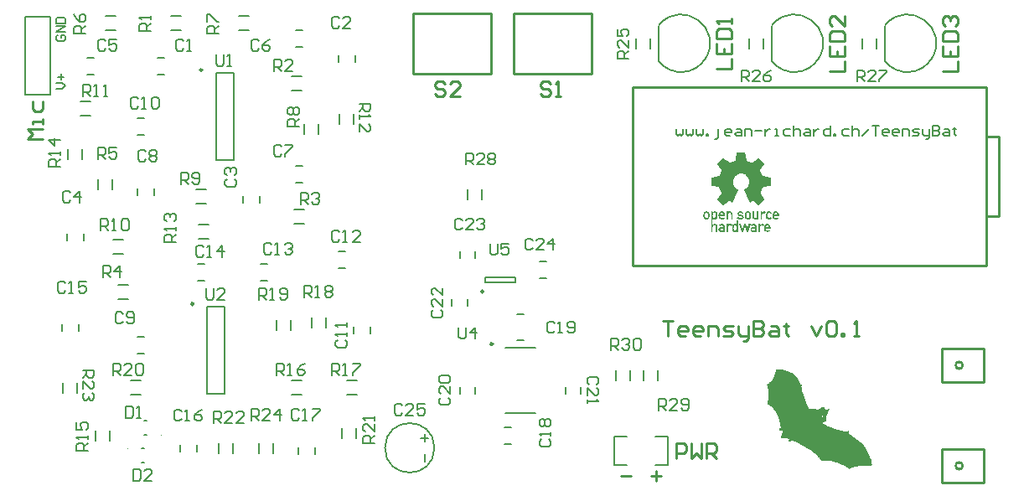
<source format=gto>
G04 Layer_Color=15132400*
%FSAX24Y24*%
%MOIN*%
G70*
G01*
G75*
%ADD10C,0.0100*%
%ADD29C,0.0060*%
%ADD52C,0.0098*%
%ADD53C,0.0039*%
%ADD54C,0.0079*%
%ADD55C,0.0050*%
%ADD56C,0.0080*%
G36*
X037145Y033010D02*
X037175Y033000D01*
X037200Y032980D01*
X037205Y032975D01*
X037220Y032950D01*
X037230Y032915D01*
X037235Y032860D01*
Y032855D01*
Y032845D01*
X037230Y032810D01*
X037220Y032770D01*
X037210Y032755D01*
X037200Y032740D01*
X037195Y032735D01*
X037180Y032720D01*
X037150Y032700D01*
X037110Y032695D01*
X037100D01*
X037075Y032700D01*
X037045Y032715D01*
X037010Y032740D01*
X037005Y032750D01*
X036995Y032770D01*
X036985Y032810D01*
X036980Y032860D01*
Y032865D01*
Y032875D01*
X036985Y032905D01*
X036995Y032940D01*
X037010Y032980D01*
X037015Y032985D01*
X037035Y033000D01*
X037065Y033010D01*
X037110Y033015D01*
X037120D01*
X037145Y033010D01*
D02*
G37*
G36*
X039370Y032510D02*
X039390Y032500D01*
X039340Y032440D01*
X039335Y032445D01*
X039330Y032450D01*
X039315Y032455D01*
X039300Y032460D01*
X039290D01*
X039270Y032450D01*
X039250Y032430D01*
X039245Y032415D01*
X039240Y032390D01*
Y032205D01*
X039180D01*
Y032520D01*
X039240D01*
Y032485D01*
X039245Y032490D01*
X039265Y032505D01*
X039290Y032515D01*
X039330Y032520D01*
X039350D01*
X039370Y032510D01*
D02*
G37*
G36*
X038370Y032205D02*
X038305D01*
Y032235D01*
X038300Y032230D01*
X038285Y032220D01*
X038260Y032205D01*
X038230Y032200D01*
X038220D01*
X038195Y032205D01*
X038170Y032215D01*
X038145Y032240D01*
X038140Y032245D01*
X038135Y032265D01*
X038130Y032280D01*
Y032305D01*
X038125Y032330D01*
Y032365D01*
Y032370D01*
Y032380D01*
Y032395D01*
X038130Y032415D01*
X038135Y032455D01*
X038140Y032475D01*
X038145Y032485D01*
X038150Y032490D01*
X038165Y032505D01*
X038190Y032515D01*
X038230Y032520D01*
X038240D01*
X038255Y032515D01*
X038280Y032505D01*
X038305Y032485D01*
Y032645D01*
X038370D01*
Y032205D01*
D02*
G37*
G36*
X039905Y033010D02*
X039930Y033000D01*
X039950Y032985D01*
X039975Y032960D01*
X039990Y032930D01*
X039995Y032885D01*
Y032830D01*
X039795D01*
Y032825D01*
Y032820D01*
X039805Y032790D01*
X039815Y032775D01*
X039825Y032765D01*
X039845Y032755D01*
X039870Y032750D01*
X039880D01*
X039895Y032755D01*
X039915Y032765D01*
X039935Y032790D01*
X039985Y032745D01*
X039975Y032735D01*
X039950Y032720D01*
X039915Y032705D01*
X039870Y032695D01*
X039865D01*
X039850Y032700D01*
X039825Y032705D01*
X039800Y032715D01*
X039775Y032735D01*
X039750Y032765D01*
X039735Y032805D01*
X039730Y032860D01*
Y032865D01*
Y032885D01*
X039735Y032910D01*
X039745Y032940D01*
X039760Y032965D01*
X039785Y032990D01*
X039815Y033010D01*
X039860Y033015D01*
X039880D01*
X039905Y033010D01*
D02*
G37*
G36*
X038790D02*
X038820Y033000D01*
X038845Y032980D01*
X038850Y032975D01*
X038865Y032950D01*
X038875Y032915D01*
X038880Y032860D01*
Y032855D01*
Y032845D01*
X038875Y032810D01*
X038865Y032770D01*
X038855Y032755D01*
X038845Y032740D01*
X038840Y032735D01*
X038825Y032720D01*
X038795Y032700D01*
X038755Y032695D01*
X038745D01*
X038720Y032700D01*
X038690Y032715D01*
X038655Y032740D01*
X038650Y032745D01*
X038640Y032770D01*
X038630Y032805D01*
X038625Y032860D01*
Y032865D01*
Y032875D01*
X038630Y032905D01*
X038640Y032945D01*
X038655Y032980D01*
X038660Y032985D01*
X038680Y033000D01*
X038710Y033010D01*
X038755Y033015D01*
X038765D01*
X038790Y033010D01*
D02*
G37*
G36*
X037755D02*
X037780Y033000D01*
X037800Y032985D01*
X037825Y032960D01*
X037840Y032930D01*
X037845Y032885D01*
Y032830D01*
X037650D01*
Y032825D01*
Y032820D01*
X037660Y032790D01*
X037680Y032765D01*
X037695Y032755D01*
X037720Y032750D01*
X037730D01*
X037745Y032755D01*
X037770Y032765D01*
X037790Y032790D01*
X037840Y032745D01*
X037830Y032735D01*
X037805Y032720D01*
X037770Y032705D01*
X037725Y032695D01*
X037720D01*
X037705Y032700D01*
X037680Y032705D01*
X037655Y032715D01*
X037630Y032735D01*
X037605Y032765D01*
X037590Y032805D01*
X037585Y032860D01*
Y032865D01*
Y032885D01*
X037590Y032910D01*
X037600Y032940D01*
X037615Y032965D01*
X037640Y032990D01*
X037670Y033010D01*
X037710Y033015D01*
X037730D01*
X037755Y033010D01*
D02*
G37*
G36*
X037750Y032515D02*
X037775Y032510D01*
X037795Y032495D01*
X037820Y032480D01*
X037835Y032455D01*
X037840Y032420D01*
Y032205D01*
X037775D01*
Y032235D01*
X037770Y032230D01*
X037760Y032220D01*
X037735Y032205D01*
X037700Y032200D01*
X037680D01*
X037665Y032205D01*
X037645Y032215D01*
X037620Y032225D01*
X037605Y032240D01*
X037590Y032265D01*
X037585Y032300D01*
Y032305D01*
Y032315D01*
X037600Y032345D01*
X037610Y032360D01*
X037630Y032375D01*
X037655Y032385D01*
X037690Y032390D01*
X037775D01*
Y032420D01*
Y032425D01*
X037765Y032440D01*
X037750Y032455D01*
X037730Y032460D01*
X037690D01*
X037670Y032450D01*
X037650Y032440D01*
X037600Y032475D01*
X037605Y032480D01*
X037625Y032500D01*
X037660Y032515D01*
X037705Y032520D01*
X037725D01*
X037750Y032515D01*
D02*
G37*
G36*
X039565D02*
X039590Y032505D01*
X039610Y032490D01*
X039635Y032465D01*
X039650Y032435D01*
X039655Y032390D01*
Y032335D01*
X039455D01*
Y032330D01*
Y032325D01*
X039465Y032295D01*
X039485Y032270D01*
X039500Y032260D01*
X039525Y032255D01*
X039535D01*
X039555Y032260D01*
X039575Y032270D01*
X039595Y032290D01*
X039645Y032250D01*
X039635Y032240D01*
X039615Y032225D01*
X039580Y032210D01*
X039535Y032200D01*
X039530D01*
X039515Y032205D01*
X039490Y032210D01*
X039465Y032220D01*
X039435Y032240D01*
X039415Y032270D01*
X039395Y032310D01*
X039390Y032365D01*
Y032370D01*
Y032390D01*
X039395Y032415D01*
X039405Y032445D01*
X039420Y032470D01*
X039445Y032495D01*
X039475Y032515D01*
X039520Y032520D01*
X039540D01*
X039565Y032515D01*
D02*
G37*
G36*
X039963Y026726D02*
X040047Y026720D01*
X040123Y026710D01*
X040193Y026696D01*
X040257Y026683D01*
X040313Y026666D01*
X040367Y026653D01*
X040410Y026636D01*
X040450Y026620D01*
X040483Y026606D01*
X040513Y026590D01*
X040533Y026580D01*
X040553Y026570D01*
X040563Y026560D01*
X040570Y026556D01*
X040573Y026553D01*
X040610Y026523D01*
X040643Y026490D01*
X040697Y026423D01*
X040743Y026356D01*
X040777Y026293D01*
X040800Y026236D01*
X040810Y026213D01*
X040817Y026193D01*
X040823Y026176D01*
X040827Y026163D01*
X040830Y026156D01*
Y026153D01*
X040833Y026150D01*
X040840Y026146D01*
X040863Y026136D01*
X040887Y026126D01*
X040893Y026123D01*
X040897D01*
X040920Y026113D01*
X040937Y026106D01*
X040947Y026100D01*
X040957Y026096D01*
X040963Y026090D01*
Y026086D01*
X040953Y026083D01*
X040940D01*
X040927Y026080D01*
X040920D01*
X040897Y026076D01*
X040880Y026073D01*
X040873Y026070D01*
X040870D01*
X040893Y025980D01*
X040920Y025886D01*
X040947Y025800D01*
X040970Y025716D01*
X040983Y025680D01*
X040993Y025646D01*
X041003Y025616D01*
X041013Y025593D01*
X041020Y025573D01*
X041027Y025556D01*
X041030Y025546D01*
Y025543D01*
X041050Y025493D01*
X041067Y025446D01*
X041083Y025406D01*
X041097Y025370D01*
X041107Y025340D01*
X041120Y025313D01*
X041130Y025290D01*
X041136Y025270D01*
X041143Y025256D01*
X041150Y025243D01*
X041157Y025226D01*
X041163Y025220D01*
Y025216D01*
X041170Y025203D01*
X041173Y025200D01*
X041183Y025190D01*
X041186Y025186D01*
X041203Y025173D01*
X041206Y025170D01*
X041220Y025160D01*
X041223Y025156D01*
X041227Y025153D01*
X041246Y025160D01*
X041263Y025163D01*
X041280D01*
X041296Y025166D01*
X041313D01*
X041353Y025163D01*
X041390Y025160D01*
X041403Y025156D01*
X041416D01*
X041423Y025153D01*
X041426D01*
X041470Y025146D01*
X041510Y025140D01*
X041526D01*
X041540Y025136D01*
X041550D01*
X041600Y025170D01*
X041643Y025193D01*
X041663Y025203D01*
X041676Y025210D01*
X041686Y025213D01*
X041690D01*
X041716Y025223D01*
X041740Y025230D01*
X041756Y025233D01*
X041773Y025240D01*
X041783D01*
X041790Y025243D01*
X041796D01*
X041803Y025240D01*
X041810Y025233D01*
X041816Y025216D01*
X041820Y025196D01*
Y025193D01*
Y025190D01*
X041823Y025153D01*
Y025116D01*
Y025103D01*
X041820Y025093D01*
Y025086D01*
Y025083D01*
X041836Y025100D01*
X041853Y025113D01*
X041880Y025130D01*
X041903Y025136D01*
X041906Y025140D01*
X041910D01*
X041943Y025146D01*
X041970Y025150D01*
X041986Y025146D01*
X041993D01*
X041983Y025116D01*
X041970Y025093D01*
X041956Y025076D01*
X041953Y025073D01*
Y025070D01*
X041943Y025053D01*
X041936Y025036D01*
X041926Y025000D01*
X041923Y024983D01*
X041920Y024970D01*
Y024960D01*
Y024956D01*
X041910Y024936D01*
X041900Y024920D01*
X041893Y024906D01*
X041890Y024900D01*
X041883Y024890D01*
X041880Y024886D01*
X041876Y024880D01*
X041873Y024870D01*
X041866Y024843D01*
X041863Y024830D01*
Y024816D01*
X041860Y024810D01*
Y024806D01*
X041870Y024763D01*
X041873Y024730D01*
X041876Y024706D01*
Y024693D01*
Y024687D01*
Y024680D01*
X041863D01*
X041846Y024670D01*
X041826Y024660D01*
X041806Y024643D01*
X041783Y024630D01*
X041763Y024617D01*
X041753Y024607D01*
X041746Y024603D01*
X041743Y024600D01*
X041736D01*
Y024597D01*
X041740Y024593D01*
Y024590D01*
X041743Y024587D01*
X041746D01*
X041783Y024557D01*
X041823Y024530D01*
X041860Y024507D01*
X041900Y024487D01*
X041930Y024470D01*
X041956Y024457D01*
X041973Y024450D01*
X041980Y024447D01*
X042083Y024407D01*
X042130Y024390D01*
X042173Y024377D01*
X042210Y024367D01*
X042236Y024357D01*
X042253Y024353D01*
X042260Y024350D01*
X042313Y024337D01*
X042363Y024323D01*
X042406Y024310D01*
X042446Y024303D01*
X042476Y024293D01*
X042503Y024287D01*
X042516Y024283D01*
X042523D01*
X042566Y024273D01*
X042603Y024267D01*
X042633Y024260D01*
X042660Y024253D01*
X042676Y024247D01*
X042693Y024243D01*
X042700Y024240D01*
X042710D01*
X042716Y024247D01*
X042723Y024250D01*
Y024253D01*
X042730Y024267D01*
X042740Y024277D01*
X042743Y024280D01*
X042746Y024283D01*
Y024287D01*
X042750Y024290D01*
X042753Y024293D01*
X042756Y024297D01*
X042760D01*
X042763Y024283D01*
Y024267D01*
X042760Y024250D01*
Y024247D01*
Y024243D01*
X042756Y024220D01*
Y024207D01*
X042760Y024200D01*
Y024197D01*
X042800Y024163D01*
X042843Y024130D01*
X042893Y024093D01*
X042940Y024060D01*
X042983Y024030D01*
X043016Y024007D01*
X043030Y023997D01*
X043040Y023990D01*
X043046Y023983D01*
X043050D01*
X043120Y023933D01*
X043186Y023880D01*
X043243Y023830D01*
X043293Y023787D01*
X043333Y023747D01*
X043363Y023713D01*
X043380Y023693D01*
X043386Y023690D01*
Y023687D01*
X043423Y023613D01*
X043460Y023537D01*
X043496Y023467D01*
X043530Y023403D01*
X043556Y023347D01*
X043570Y023323D01*
X043580Y023303D01*
X043590Y023290D01*
X043593Y023277D01*
X043600Y023270D01*
Y023267D01*
X043620Y023227D01*
X043636Y023187D01*
X043663Y023117D01*
X043680Y023053D01*
X043686Y023000D01*
X043690Y022957D01*
Y022927D01*
X043686Y022907D01*
Y022903D01*
Y022900D01*
X043583Y022893D01*
X043486Y022890D01*
X043396Y022887D01*
X043320Y022883D01*
X043283Y022880D01*
X043226D01*
X043203Y022877D01*
X043160D01*
X043073Y022870D01*
X043000Y022857D01*
X042936Y022840D01*
X042883Y022820D01*
X042843Y022800D01*
X042813Y022783D01*
X042796Y022770D01*
X042790Y022767D01*
X042703Y022830D01*
X042613Y022883D01*
X042526Y022930D01*
X042446Y022970D01*
X042410Y022987D01*
X042376Y023000D01*
X042346Y023010D01*
X042320Y023020D01*
X042300Y023027D01*
X042283Y023033D01*
X042273Y023037D01*
X042270D01*
X042160Y023063D01*
X042053Y023080D01*
X041953Y023090D01*
X041906Y023093D01*
X041866D01*
X041826Y023090D01*
X041790D01*
X041760Y023087D01*
X041733D01*
X041713Y023083D01*
X041696D01*
X041686Y023080D01*
X041683D01*
X041663Y023117D01*
X041640Y023150D01*
X041616Y023183D01*
X041593Y023213D01*
X041570Y023240D01*
X041553Y023260D01*
X041540Y023273D01*
X041536Y023277D01*
X041500Y023317D01*
X041456Y023353D01*
X041416Y023390D01*
X041376Y023420D01*
X041343Y023447D01*
X041316Y023470D01*
X041296Y023483D01*
X041293Y023487D01*
X041290D01*
X041233Y023527D01*
X041173Y023563D01*
X041113Y023600D01*
X041060Y023633D01*
X041013Y023660D01*
X040977Y023680D01*
X040963Y023687D01*
X040953Y023693D01*
X040947Y023697D01*
X040943D01*
X040867Y023737D01*
X040793Y023777D01*
X040717Y023813D01*
X040650Y023847D01*
X040590Y023873D01*
X040567Y023883D01*
X040543Y023893D01*
X040527Y023903D01*
X040513Y023910D01*
X040507Y023913D01*
X040503D01*
X040493Y023910D01*
X040483Y023900D01*
X040473Y023890D01*
X040470Y023887D01*
X040453Y023870D01*
X040440Y023860D01*
X040430Y023853D01*
X040413D01*
X040403Y023857D01*
X040397Y023860D01*
X040393Y023863D01*
X040383Y023873D01*
X040377Y023877D01*
X040373Y023880D01*
X040370D01*
Y023883D01*
Y023887D01*
Y023890D01*
X040377Y023910D01*
X040380Y023917D01*
Y023920D01*
X040383D01*
Y023923D01*
X040387Y023933D01*
Y023937D01*
X040390Y023943D01*
Y023947D01*
X040393Y023950D01*
Y023953D01*
Y023960D01*
X040390Y023963D01*
X040370Y023973D01*
X040347Y023980D01*
X040300Y023993D01*
X040277Y023997D01*
X040260D01*
X040247Y024000D01*
X040243D01*
X040170Y024003D01*
X040137Y024000D01*
X040110D01*
X040083Y023997D01*
X040067Y023993D01*
X040053Y023990D01*
X040050D01*
X040070Y024037D01*
X040087Y024080D01*
X040100Y024113D01*
X040107Y024140D01*
X040113Y024163D01*
X040117Y024177D01*
X040120Y024187D01*
Y024190D01*
X040127Y024240D01*
X040123Y024287D01*
X040120Y024307D01*
Y024323D01*
X040117Y024333D01*
Y024337D01*
X040097Y024320D01*
X040077Y024307D01*
X040063Y024297D01*
X040057Y024293D01*
X040037Y024283D01*
X040017D01*
X040007Y024297D01*
X040000Y024310D01*
X039997Y024317D01*
Y024320D01*
Y024343D01*
Y024353D01*
Y024357D01*
Y024360D01*
Y024367D01*
X040000D01*
X040007Y024377D01*
X040017Y024387D01*
X040027Y024390D01*
X040030Y024393D01*
X040047Y024403D01*
X040057Y024413D01*
X040060Y024417D01*
X040063Y024420D01*
Y024423D01*
X040067D01*
Y024427D01*
Y024430D01*
Y024433D01*
X040047Y024523D01*
X040037Y024570D01*
X040027Y024610D01*
X040020Y024643D01*
X040013Y024670D01*
X040010Y024687D01*
X040007Y024693D01*
X039993Y024746D01*
X039977Y024796D01*
X039960Y024843D01*
X039947Y024886D01*
X039933Y024920D01*
X039920Y024946D01*
X039913Y024963D01*
X039910Y024970D01*
X039887Y025020D01*
X039860Y025063D01*
X039833Y025103D01*
X039810Y025140D01*
X039787Y025166D01*
X039770Y025190D01*
X039757Y025203D01*
X039753Y025206D01*
X039717Y025243D01*
X039677Y025273D01*
X039637Y025300D01*
X039597Y025320D01*
X039563Y025333D01*
X039537Y025346D01*
X039517Y025350D01*
X039513Y025353D01*
X039510D01*
X039520Y025373D01*
X039527Y025390D01*
X039530Y025403D01*
Y025406D01*
X039537Y025426D01*
X039543Y025443D01*
X039547Y025456D01*
Y025460D01*
X039563Y025526D01*
X039573Y025590D01*
X039580Y025646D01*
X039583Y025700D01*
X039587Y025743D01*
X039583Y025776D01*
Y025786D01*
Y025796D01*
Y025800D01*
Y025803D01*
X039577Y025866D01*
X039567Y025926D01*
X039553Y025983D01*
X039540Y026033D01*
X039527Y026076D01*
X039517Y026110D01*
X039513Y026123D01*
X039510Y026133D01*
X039507Y026136D01*
Y026140D01*
X039533Y026153D01*
X039557Y026170D01*
X039603Y026200D01*
X039620Y026216D01*
X039633Y026230D01*
X039643Y026236D01*
X039647Y026240D01*
X039673Y026266D01*
X039700Y026296D01*
X039723Y026326D01*
X039743Y026356D01*
X039757Y026380D01*
X039770Y026403D01*
X039777Y026416D01*
X039780Y026420D01*
X039787Y026436D01*
X039790Y026440D01*
X039797Y026456D01*
X039800Y026460D01*
Y026463D01*
Y026466D01*
X039803Y026470D01*
X039810Y026486D01*
X039817Y026500D01*
X039820Y026510D01*
Y026513D01*
X039827Y026530D01*
X039833Y026546D01*
X039840Y026560D01*
Y026563D01*
X039843Y026583D01*
X039847Y026586D01*
Y026590D01*
X039850Y026610D01*
X039853Y026616D01*
Y026620D01*
X039860Y026640D01*
X039863Y026660D01*
X039867Y026673D01*
Y026676D01*
X039870Y026696D01*
Y026716D01*
X039873Y026730D01*
Y026733D01*
X039963Y026726D01*
D02*
G37*
G36*
X038100Y032510D02*
X038125Y032500D01*
X038075Y032440D01*
X038070Y032445D01*
X038060Y032450D01*
X038045Y032455D01*
X038030Y032460D01*
X038020D01*
X038005Y032450D01*
X037985Y032430D01*
X037980Y032415D01*
X037975Y032390D01*
Y032205D01*
X037910D01*
Y032520D01*
X037975D01*
Y032485D01*
X037980Y032490D01*
X037995Y032505D01*
X038015Y032515D01*
X038050Y032520D01*
X038075D01*
X038100Y032510D01*
D02*
G37*
G36*
X038755Y032205D02*
X038700D01*
X038625Y032425D01*
X038565Y032205D01*
X038505D01*
X038405Y032520D01*
X038470D01*
X038535Y032300D01*
X038605Y032520D01*
X038655D01*
X038725Y032300D01*
X038780Y032520D01*
X038855D01*
X038755Y032205D01*
D02*
G37*
G36*
X039020Y032515D02*
X039045Y032510D01*
X039065Y032495D01*
X039085Y032480D01*
X039100Y032455D01*
X039105Y032420D01*
Y032205D01*
X039045D01*
Y032235D01*
X039040Y032230D01*
X039030Y032220D01*
X039005Y032205D01*
X038965Y032200D01*
X038950D01*
X038930Y032205D01*
X038910Y032215D01*
X038890Y032225D01*
X038870Y032240D01*
X038860Y032265D01*
X038855Y032300D01*
Y032305D01*
Y032315D01*
X038870Y032345D01*
X038880Y032360D01*
X038900Y032375D01*
X038925Y032385D01*
X038960Y032390D01*
X039045D01*
Y032420D01*
Y032425D01*
X039035Y032440D01*
X039020Y032455D01*
X039000Y032460D01*
X038955D01*
X038940Y032450D01*
X038925Y032440D01*
X038875Y032475D01*
X038880Y032480D01*
X038900Y032500D01*
X038930Y032515D01*
X038955Y032520D01*
X039000D01*
X039020Y032515D01*
D02*
G37*
G36*
X037465Y033010D02*
X037490Y033000D01*
X037520Y032980D01*
X037525Y032975D01*
X037530Y032950D01*
X037535Y032915D01*
X037540Y032860D01*
Y032855D01*
Y032845D01*
Y032810D01*
X037530Y032770D01*
X037525Y032755D01*
X037520Y032740D01*
X037515Y032735D01*
X037495Y032720D01*
X037465Y032700D01*
X037435Y032695D01*
X037430D01*
X037410Y032700D01*
X037385Y032710D01*
X037350Y032730D01*
Y032485D01*
X037355Y032490D01*
X037370Y032505D01*
X037395Y032515D01*
X037435Y032520D01*
X037450D01*
X037470Y032515D01*
X037490Y032505D01*
X037505Y032495D01*
X037525Y032475D01*
X037535Y032445D01*
X037540Y032410D01*
Y032205D01*
X037480D01*
Y032390D01*
Y032395D01*
Y032400D01*
X037470Y032425D01*
X037455Y032450D01*
X037435Y032455D01*
X037415Y032460D01*
X037405D01*
X037385Y032450D01*
X037360Y032430D01*
X037355Y032415D01*
X037350Y032390D01*
Y032205D01*
X037295D01*
Y033015D01*
X037350D01*
Y032980D01*
X037355Y032985D01*
X037375Y033000D01*
X037400Y033010D01*
X037435Y033015D01*
X037445D01*
X037465Y033010D01*
D02*
G37*
G36*
X038500D02*
X038540Y032995D01*
X038575Y032970D01*
X038540Y032930D01*
X038530Y032935D01*
X038510Y032945D01*
X038480Y032955D01*
X038455Y032960D01*
X038445D01*
X038430Y032955D01*
X038410Y032945D01*
X038405Y032935D01*
X038400Y032920D01*
Y032915D01*
X038405Y032910D01*
X038415Y032900D01*
X038440Y032895D01*
X038500Y032885D01*
X038505D01*
X038515Y032880D01*
X038545Y032870D01*
X038560Y032860D01*
X038575Y032845D01*
X038585Y032820D01*
X038590Y032795D01*
Y032790D01*
Y032780D01*
X038585Y032765D01*
X038575Y032745D01*
X038555Y032725D01*
X038535Y032710D01*
X038500Y032700D01*
X038455Y032695D01*
X038445D01*
X038410Y032700D01*
X038365Y032720D01*
X038345Y032730D01*
X038320Y032750D01*
X038365Y032795D01*
X038370Y032790D01*
X038395Y032775D01*
X038425Y032755D01*
X038465Y032750D01*
X038475D01*
X038495Y032755D01*
X038515Y032770D01*
X038525Y032780D01*
Y032795D01*
Y032800D01*
X038520Y032805D01*
X038510Y032820D01*
X038485Y032830D01*
X038425D01*
X038415Y032835D01*
X038385Y032845D01*
X038355Y032875D01*
X038345Y032895D01*
X038340Y032920D01*
Y032925D01*
Y032935D01*
X038345Y032950D01*
X038355Y032970D01*
X038370Y032985D01*
X038390Y033000D01*
X038415Y033010D01*
X038455Y033015D01*
X038470D01*
X038500Y033010D01*
D02*
G37*
G36*
X039640D02*
X039675Y032995D01*
X039715Y032965D01*
X039670Y032920D01*
X039665Y032925D01*
X039655Y032940D01*
X039630Y032955D01*
X039605Y032960D01*
X039595D01*
X039565Y032950D01*
X039550Y032935D01*
X039540Y032920D01*
X039530Y032895D01*
X039525Y032860D01*
Y032855D01*
Y032845D01*
X039535Y032810D01*
X039545Y032790D01*
X039560Y032775D01*
X039580Y032765D01*
X039605Y032760D01*
X039610D01*
X039625Y032765D01*
X039645Y032775D01*
X039670Y032795D01*
X039715Y032750D01*
X039705Y032740D01*
X039685Y032725D01*
X039650Y032705D01*
X039630Y032700D01*
X039605Y032695D01*
X039600D01*
X039585Y032700D01*
X039560Y032705D01*
X039535Y032715D01*
X039505Y032735D01*
X039485Y032765D01*
X039465Y032805D01*
X039460Y032860D01*
Y032865D01*
Y032885D01*
X039470Y032910D01*
X039480Y032940D01*
X039495Y032965D01*
X039520Y032990D01*
X039555Y033010D01*
X039605Y033015D01*
X039615D01*
X039640Y033010D01*
D02*
G37*
G36*
X038645Y035360D02*
Y035350D01*
X038705Y035055D01*
Y035050D01*
X038710Y035045D01*
X038720Y035040D01*
X038915Y034955D01*
X038935D01*
X039185Y035135D01*
X039195D01*
X039205Y035125D01*
X039420Y034920D01*
Y034915D01*
Y034910D01*
Y034905D01*
Y034900D01*
X039250Y034650D01*
Y034640D01*
Y034635D01*
Y034630D01*
X039340Y034425D01*
Y034420D01*
X039345Y034415D01*
X039355Y034410D01*
X039640Y034360D01*
X039650D01*
X039655Y034355D01*
Y034345D01*
Y034050D01*
Y034045D01*
X039650Y034040D01*
X039640Y034035D01*
X039365Y033975D01*
X039360D01*
X039355Y033970D01*
X039350Y033965D01*
X039255Y033745D01*
Y033740D01*
Y033730D01*
Y033725D01*
X039420Y033490D01*
Y033480D01*
Y033475D01*
X039205Y033265D01*
X039200Y033260D01*
X039195D01*
X039185Y033265D01*
X038960Y033420D01*
X038935D01*
X038840Y033360D01*
X038835D01*
X038830Y033365D01*
X038825Y033370D01*
X038610Y033870D01*
Y033875D01*
Y033880D01*
X038620Y033895D01*
X038645Y033905D01*
X038650Y033910D01*
X038655Y033915D01*
X038660Y033920D01*
X038665Y033925D01*
X038685Y033935D01*
X038710Y033960D01*
X038735Y033990D01*
X038765Y034025D01*
X038785Y034070D01*
X038805Y034125D01*
X038810Y034190D01*
Y034195D01*
Y034215D01*
X038805Y034240D01*
X038800Y034270D01*
X038785Y034310D01*
X038770Y034350D01*
X038745Y034390D01*
X038715Y034425D01*
X038710Y034430D01*
X038700Y034440D01*
X038680Y034455D01*
X038655Y034475D01*
X038620Y034495D01*
X038580Y034510D01*
X038535Y034520D01*
X038485Y034525D01*
X038465D01*
X038435Y034520D01*
X038405Y034515D01*
X038370Y034500D01*
X038330Y034485D01*
X038290Y034460D01*
X038255Y034425D01*
X038250Y034420D01*
X038240Y034410D01*
X038225Y034390D01*
X038210Y034360D01*
X038190Y034325D01*
X038175Y034285D01*
X038165Y034240D01*
X038160Y034190D01*
Y034180D01*
Y034160D01*
X038170Y034130D01*
X038180Y034090D01*
X038195Y034045D01*
X038220Y034000D01*
X038255Y033960D01*
X038305Y033920D01*
X038310Y033915D01*
X038315Y033910D01*
X038320D01*
Y033905D01*
X038350Y033895D01*
X038355Y033890D01*
Y033870D01*
X038150Y033370D01*
X038145Y033365D01*
X038130Y033360D01*
X038030Y033420D01*
X038010D01*
X037785Y033265D01*
X037775Y033260D01*
X037770D01*
X037760Y033265D01*
X037550Y033475D01*
Y033480D01*
Y033485D01*
Y033490D01*
X037710Y033725D01*
Y033730D01*
Y033735D01*
Y033745D01*
X037620Y033965D01*
Y033970D01*
X037615Y033975D01*
X037605D01*
X037330Y034035D01*
X037325D01*
X037320Y034040D01*
X037315Y034050D01*
Y034345D01*
Y034350D01*
Y034355D01*
X037320Y034360D01*
X037330D01*
X037615Y034410D01*
X037620D01*
X037625Y034415D01*
X037635Y034425D01*
X037720Y034630D01*
Y034635D01*
Y034640D01*
Y034645D01*
Y034650D01*
X037550Y034900D01*
Y034905D01*
Y034910D01*
Y034915D01*
Y034920D01*
X037760Y035125D01*
X037765Y035130D01*
X037785Y035135D01*
X038030Y034955D01*
X038050D01*
X038250Y035040D01*
X038260D01*
X038265Y035045D01*
Y035055D01*
X038320Y035350D01*
Y035355D01*
Y035360D01*
X038325Y035365D01*
X038640D01*
X038645Y035360D01*
D02*
G37*
G36*
X039445Y033005D02*
X039470Y032995D01*
X039420Y032935D01*
X039415Y032940D01*
X039410Y032950D01*
X039395Y032955D01*
X039385Y032960D01*
X039375D01*
X039355Y032950D01*
X039340Y032940D01*
X039330Y032930D01*
X039325Y032910D01*
X039320Y032885D01*
Y032705D01*
X039255D01*
Y033015D01*
X039320D01*
Y032980D01*
X039325Y032985D01*
X039340Y033000D01*
X039365Y033010D01*
X039405Y033015D01*
X039425D01*
X039445Y033005D01*
D02*
G37*
G36*
X038100Y033000D02*
X038115Y032990D01*
X038135Y032970D01*
X038145Y032945D01*
X038150Y032910D01*
Y032705D01*
X038090D01*
Y032885D01*
Y032890D01*
Y032895D01*
X038080Y032925D01*
X038065Y032950D01*
X038045Y032955D01*
X038025Y032960D01*
X038015D01*
X037995Y032950D01*
X037980Y032940D01*
X037970Y032930D01*
X037965Y032910D01*
X037960Y032885D01*
Y032705D01*
X037895D01*
Y033015D01*
X037960D01*
Y032980D01*
X037965Y032985D01*
X037980Y033000D01*
X038005Y033010D01*
X038045Y033015D01*
X038060D01*
X038100Y033000D01*
D02*
G37*
G36*
X039185Y032705D02*
X039120D01*
Y032730D01*
X039115Y032725D01*
X039100Y032715D01*
X039075Y032700D01*
X039045Y032695D01*
X039030D01*
X039010Y032700D01*
X038990Y032710D01*
X038970Y032720D01*
X038950Y032740D01*
X038940Y032770D01*
X038935Y032805D01*
Y033015D01*
X039000D01*
Y032830D01*
Y032825D01*
Y032820D01*
X039010Y032795D01*
X039030Y032770D01*
X039045Y032765D01*
X039065Y032760D01*
X039075D01*
X039095Y032770D01*
X039110Y032790D01*
X039120Y032805D01*
Y032830D01*
Y033015D01*
X039185D01*
Y032705D01*
D02*
G37*
%LPC*%
G36*
X038755Y032960D02*
X038750D01*
X038735Y032955D01*
X038715Y032950D01*
X038705Y032930D01*
Y032925D01*
X038700Y032915D01*
X038695Y032895D01*
X038690Y032860D01*
Y032850D01*
Y032830D01*
X038695Y032805D01*
X038705Y032780D01*
Y032775D01*
X038715Y032770D01*
X038730Y032765D01*
X038755Y032760D01*
X038760D01*
X038775Y032765D01*
X038790Y032770D01*
X038805Y032780D01*
Y032785D01*
X038810Y032800D01*
X038815Y032825D01*
Y032860D01*
Y032865D01*
Y032870D01*
Y032890D01*
X038810Y032915D01*
X038805Y032930D01*
X038800Y032935D01*
X038790Y032945D01*
X038775Y032955D01*
X038755Y032960D01*
D02*
G37*
G36*
X037415D02*
X037405D01*
X037385Y032950D01*
X037370Y032935D01*
X037360Y032920D01*
X037355Y032895D01*
X037350Y032860D01*
Y032855D01*
Y032845D01*
X037360Y032810D01*
X037380Y032775D01*
X037395Y032765D01*
X037415Y032760D01*
X037425D01*
X037450Y032775D01*
X037460Y032785D01*
X037470Y032800D01*
X037475Y032825D01*
X037480Y032860D01*
Y032865D01*
Y032875D01*
X037470Y032910D01*
X037455Y032945D01*
X037435Y032955D01*
X037415Y032960D01*
D02*
G37*
G36*
X037110D02*
X037105D01*
X037090Y032955D01*
X037070Y032950D01*
X037060Y032930D01*
X037055Y032925D01*
X037050Y032915D01*
X037045Y032890D01*
X037040Y032860D01*
Y032855D01*
X037045Y032835D01*
X037050Y032805D01*
X037060Y032780D01*
Y032775D01*
X037070Y032770D01*
X037085Y032765D01*
X037110Y032760D01*
X037115D01*
X037130Y032765D01*
X037150Y032770D01*
X037160Y032780D01*
X037165Y032785D01*
X037170Y032800D01*
X037175Y032825D01*
Y032860D01*
Y032865D01*
Y032870D01*
Y032890D01*
X037170Y032915D01*
X037160Y032930D01*
X037155Y032935D01*
X037150Y032945D01*
X037135Y032955D01*
X037110Y032960D01*
D02*
G37*
G36*
X041736Y024900D02*
X041710D01*
X041706Y024896D01*
X041696Y024890D01*
X041693Y024886D01*
X041690Y024880D01*
Y024870D01*
Y024866D01*
Y024863D01*
X041696Y024850D01*
X041703Y024846D01*
X041713Y024840D01*
X041733D01*
X041746Y024846D01*
X041756Y024850D01*
X041760Y024853D01*
X041763Y024856D01*
X041760Y024863D01*
X041756Y024870D01*
Y024873D01*
X041750Y024886D01*
X041743Y024893D01*
X041736Y024900D01*
D02*
G37*
G36*
X037775Y032335D02*
X037690D01*
X037675Y032330D01*
X037660Y032320D01*
X037650Y032300D01*
Y032295D01*
X037655Y032280D01*
X037675Y032260D01*
X037685Y032255D01*
X037715D01*
X037740Y032265D01*
X037765Y032280D01*
X037770Y032295D01*
X037775Y032315D01*
Y032335D01*
D02*
G37*
G36*
X039520Y032460D02*
X039510D01*
X039490Y032450D01*
X039465Y032430D01*
X039460Y032415D01*
X039455Y032390D01*
X039590D01*
Y032395D01*
X039585Y032400D01*
X039575Y032425D01*
X039555Y032450D01*
X039540Y032455D01*
X039520Y032460D01*
D02*
G37*
G36*
X039860Y032960D02*
X039850D01*
X039830Y032950D01*
X039815Y032940D01*
X039805Y032930D01*
X039800Y032910D01*
X039795Y032885D01*
X039930D01*
Y032890D01*
Y032895D01*
X039920Y032925D01*
X039895Y032950D01*
X039880Y032955D01*
X039860Y032960D01*
D02*
G37*
G36*
X037710D02*
X037700D01*
X037680Y032950D01*
X037670Y032940D01*
X037660Y032930D01*
X037655Y032910D01*
X037650Y032885D01*
X037785D01*
Y032890D01*
X037780Y032895D01*
X037770Y032925D01*
X037745Y032950D01*
X037730Y032955D01*
X037710Y032960D01*
D02*
G37*
G36*
X039045Y032335D02*
X038960D01*
X038945Y032330D01*
X038925Y032320D01*
X038920Y032310D01*
X038915Y032300D01*
Y032295D01*
X038920Y032280D01*
X038940Y032260D01*
X038950Y032255D01*
X038980D01*
X039010Y032265D01*
X039035Y032280D01*
X039040Y032295D01*
X039045Y032315D01*
Y032335D01*
D02*
G37*
G36*
X038250Y032460D02*
X038240D01*
X038220Y032450D01*
X038205Y032435D01*
X038195Y032420D01*
X038190Y032395D01*
X038185Y032365D01*
Y032360D01*
Y032350D01*
X038195Y032315D01*
X038215Y032280D01*
X038230Y032270D01*
X038250Y032265D01*
X038260D01*
X038280Y032280D01*
X038290Y032290D01*
X038295Y032305D01*
X038305Y032330D01*
Y032365D01*
Y032370D01*
Y032380D01*
X038300Y032415D01*
X038280Y032445D01*
X038270Y032455D01*
X038250Y032460D01*
D02*
G37*
%LPD*%
D10*
X047300Y026891D02*
G03*
X047300Y026891I-000141J000000D01*
G01*
Y022891D02*
G03*
X047300Y022891I-000141J000000D01*
G01*
X048232Y030857D02*
Y037943D01*
X034169Y030857D02*
X048232D01*
X034169D02*
Y037943D01*
X048232D01*
X048735Y032825D02*
Y035975D01*
X048257D02*
X048735D01*
X048257Y032825D02*
X048735D01*
X029450Y038500D02*
Y040900D01*
Y038500D02*
X032550D01*
Y040900D01*
X029450D02*
X032550D01*
X025450Y038500D02*
Y040900D01*
Y038500D02*
X028550D01*
Y040900D01*
X025450D02*
X028550D01*
X048149Y026210D02*
Y027572D01*
X046469D02*
X048149D01*
X046469Y026210D02*
Y027572D01*
Y026210D02*
X048149D01*
Y022210D02*
Y023572D01*
X046469D02*
X048149D01*
X046469Y022210D02*
Y023572D01*
Y022210D02*
X048149D01*
X035900Y023200D02*
Y023800D01*
X036200D01*
X036300Y023700D01*
Y023500D01*
X036200Y023400D01*
X035900D01*
X036500Y023800D02*
Y023200D01*
X036700Y023400D01*
X036900Y023200D01*
Y023800D01*
X037100Y023200D02*
Y023800D01*
X037400D01*
X037499Y023700D01*
Y023500D01*
X037400Y023400D01*
X037100D01*
X037300D02*
X037499Y023200D01*
X026700Y038100D02*
X026600Y038200D01*
X026400D01*
X026300Y038100D01*
Y038000D01*
X026400Y037900D01*
X026600D01*
X026700Y037800D01*
Y037700D01*
X026600Y037600D01*
X026400D01*
X026300Y037700D01*
X027300Y037600D02*
X026900D01*
X027300Y038000D01*
Y038100D01*
X027200Y038200D01*
X027000D01*
X026900Y038100D01*
X030900D02*
X030800Y038200D01*
X030600D01*
X030500Y038100D01*
Y038000D01*
X030600Y037900D01*
X030800D01*
X030900Y037800D01*
Y037700D01*
X030800Y037600D01*
X030600D01*
X030500Y037700D01*
X031100Y037600D02*
X031300D01*
X031200D01*
Y038200D01*
X031100Y038100D01*
X046500Y038600D02*
X047100D01*
Y039000D01*
X046500Y039600D02*
Y039200D01*
X047100D01*
Y039600D01*
X046800Y039200D02*
Y039400D01*
X046500Y039800D02*
X047100D01*
Y040100D01*
X047000Y040199D01*
X046600D01*
X046500Y040100D01*
Y039800D01*
X046600Y040399D02*
X046500Y040499D01*
Y040699D01*
X046600Y040799D01*
X046700D01*
X046800Y040699D01*
Y040599D01*
Y040699D01*
X046900Y040799D01*
X047000D01*
X047100Y040699D01*
Y040499D01*
X047000Y040399D01*
X042000Y038600D02*
X042600D01*
Y039000D01*
X042000Y039600D02*
Y039200D01*
X042600D01*
Y039600D01*
X042300Y039200D02*
Y039400D01*
X042000Y039800D02*
X042600D01*
Y040100D01*
X042500Y040199D01*
X042100D01*
X042000Y040100D01*
Y039800D01*
X042600Y040799D02*
Y040399D01*
X042200Y040799D01*
X042100D01*
X042000Y040699D01*
Y040499D01*
X042100Y040399D01*
X037500Y038700D02*
X038100D01*
Y039100D01*
X037500Y039700D02*
Y039300D01*
X038100D01*
Y039700D01*
X037800Y039300D02*
Y039500D01*
X037500Y039900D02*
X038100D01*
Y040200D01*
X038000Y040299D01*
X037600D01*
X037500Y040200D01*
Y039900D01*
X038100Y040499D02*
Y040699D01*
Y040599D01*
X037500D01*
X037600Y040499D01*
X010700Y035900D02*
X010100D01*
X010300Y036100D01*
X010100Y036300D01*
X010700D01*
Y036500D02*
Y036700D01*
Y036600D01*
X010300D01*
Y036500D01*
Y037400D02*
Y037100D01*
X010400Y037000D01*
X010600D01*
X010700Y037100D01*
Y037400D01*
X035363Y028653D02*
X035763D01*
X035563D01*
Y028053D01*
X036263D02*
X036063D01*
X035963Y028153D01*
Y028353D01*
X036063Y028453D01*
X036263D01*
X036363Y028353D01*
Y028253D01*
X035963D01*
X036863Y028053D02*
X036663D01*
X036563Y028153D01*
Y028353D01*
X036663Y028453D01*
X036863D01*
X036963Y028353D01*
Y028253D01*
X036563D01*
X037163Y028053D02*
Y028453D01*
X037463D01*
X037563Y028353D01*
Y028053D01*
X037763D02*
X038062D01*
X038162Y028153D01*
X038062Y028253D01*
X037863D01*
X037763Y028353D01*
X037863Y028453D01*
X038162D01*
X038362D02*
Y028153D01*
X038462Y028053D01*
X038762D01*
Y027953D01*
X038662Y027853D01*
X038562D01*
X038762Y028053D02*
Y028453D01*
X038962Y028653D02*
Y028053D01*
X039262D01*
X039362Y028153D01*
Y028253D01*
X039262Y028353D01*
X038962D01*
X039262D01*
X039362Y028453D01*
Y028553D01*
X039262Y028653D01*
X038962D01*
X039662Y028453D02*
X039862D01*
X039962Y028353D01*
Y028053D01*
X039662D01*
X039562Y028153D01*
X039662Y028253D01*
X039962D01*
X040262Y028553D02*
Y028453D01*
X040162D01*
X040362D01*
X040262D01*
Y028153D01*
X040362Y028053D01*
X041261Y028453D02*
X041461Y028053D01*
X041661Y028453D01*
X041861Y028553D02*
X041961Y028653D01*
X042161D01*
X042261Y028553D01*
Y028153D01*
X042161Y028053D01*
X041961D01*
X041861Y028153D01*
Y028553D01*
X042461Y028053D02*
Y028153D01*
X042561D01*
Y028053D01*
X042461D01*
X042961D02*
X043161D01*
X043061D01*
Y028653D01*
X042961Y028553D01*
X033700Y022500D02*
X034100D01*
X034900D02*
X035299D01*
X035100Y022700D02*
Y022300D01*
D29*
X035070Y024070D02*
X035570D01*
Y022930D02*
Y024070D01*
X035070Y022930D02*
X035570D01*
X033430D02*
X033930D01*
X033430D02*
Y024070D01*
X033930D01*
D52*
X028241Y029828D02*
G03*
X028241Y029828I-000049J000000D01*
G01*
X017054Y038635D02*
G03*
X017054Y038635I-000049J000000D01*
G01*
X016704Y029335D02*
G03*
X016704Y029335I-000049J000000D01*
G01*
X028607Y027737D02*
G03*
X028607Y027737I-000049J000000D01*
G01*
D53*
X015440Y024115D02*
G03*
X015440Y024115I-000020J000000D01*
G01*
X014100Y023585D02*
G03*
X014100Y023585I-000020J000000D01*
G01*
D54*
X035223Y038969D02*
G03*
X037072Y039102I000877J000731D01*
G01*
X037033Y039042D02*
G03*
X035219Y040426I-000933J000658D01*
G01*
X039723Y038969D02*
G03*
X041572Y039102I000877J000731D01*
G01*
X041533Y039042D02*
G03*
X039719Y040426I-000933J000658D01*
G01*
X044223Y038969D02*
G03*
X046072Y039102I000877J000731D01*
G01*
X046033Y039042D02*
G03*
X044219Y040426I-000933J000658D01*
G01*
X026284Y023606D02*
G03*
X026284Y023606I-000984J000000D01*
G01*
X021535Y023362D02*
Y023638D01*
X020865Y023362D02*
Y023638D01*
X034615Y026303D02*
Y026697D01*
X035185Y026303D02*
Y026697D01*
X033515Y026303D02*
Y026697D01*
X034085Y026303D02*
Y026697D01*
X028290Y030398D02*
X029510D01*
X028290Y030202D02*
X029510D01*
Y030398D01*
X028290Y030202D02*
Y030398D01*
X030462Y031035D02*
X030738D01*
X030462Y030365D02*
X030738D01*
X022803Y025715D02*
X023197D01*
X022803Y026285D02*
X023197D01*
X020603Y025715D02*
X020997D01*
X020603Y026285D02*
X020997D01*
X023185Y024003D02*
Y024397D01*
X022615Y024003D02*
Y024397D01*
X019315Y023403D02*
Y023797D01*
X019885Y023403D02*
Y023797D01*
X018285Y023403D02*
Y023797D01*
X017715Y023403D02*
Y023797D01*
X014203Y026285D02*
X014597D01*
X014203Y025715D02*
X014597D01*
X014751Y024676D02*
X014849D01*
X014751Y024124D02*
X014849D01*
X014651Y023024D02*
X014749D01*
X014651Y023576D02*
X014749D01*
X011515Y025803D02*
Y026197D01*
X012085Y025803D02*
Y026197D01*
X013385Y023903D02*
Y024297D01*
X012815Y023903D02*
Y024297D01*
X016862Y030265D02*
X017138D01*
X016862Y030935D02*
X017138D01*
X019362Y030935D02*
X019638D01*
X019362Y030265D02*
X019638D01*
X022462Y031435D02*
X022738D01*
X022462Y030765D02*
X022738D01*
X013703Y029515D02*
X014097D01*
X013703Y030085D02*
X014097D01*
X020585Y028303D02*
Y028697D01*
X020015Y028303D02*
Y028697D01*
X023065Y028162D02*
Y028438D01*
X023735Y028162D02*
Y028438D01*
X021415Y028403D02*
Y028797D01*
X021985Y028403D02*
Y028797D01*
X012285Y035103D02*
Y035497D01*
X011715Y035103D02*
Y035497D01*
X023085Y036503D02*
Y036897D01*
X022515Y036503D02*
Y036897D01*
X016803Y033315D02*
X017197D01*
X016803Y033885D02*
X017197D01*
X020603Y037815D02*
X020997D01*
X020603Y038385D02*
X020997D01*
X012203Y036815D02*
X012597D01*
X012203Y037385D02*
X012597D01*
X013503Y031885D02*
X013897D01*
X013503Y031315D02*
X013897D01*
X013203Y040785D02*
X013597D01*
X013203Y040215D02*
X013597D01*
X013485Y033903D02*
Y034297D01*
X012915Y033903D02*
Y034297D01*
X020703Y032515D02*
X021097D01*
X020703Y033085D02*
X021097D01*
X016903Y032485D02*
X017297D01*
X016903Y031915D02*
X017297D01*
X019335Y033362D02*
Y033638D01*
X018665Y033362D02*
Y033638D01*
X020762Y034835D02*
X021038D01*
X020762Y034165D02*
X021038D01*
X021685Y036103D02*
Y036497D01*
X021115Y036103D02*
Y036497D01*
X015135Y033662D02*
Y033938D01*
X014465Y033662D02*
Y033938D01*
X023135Y038962D02*
Y039238D01*
X022465Y038962D02*
Y039238D01*
X020762Y040235D02*
X021038D01*
X020762Y039565D02*
X021038D01*
X015803Y040215D02*
X016197D01*
X015803Y040785D02*
X016197D01*
X011665Y031862D02*
Y032138D01*
X012335Y031862D02*
Y032138D01*
X012462Y038465D02*
X012738D01*
X012462Y039135D02*
X012738D01*
X014462Y027365D02*
X014738D01*
X014462Y028035D02*
X014738D01*
X014462Y036065D02*
X014738D01*
X014462Y036735D02*
X014738D01*
X012135Y028262D02*
Y028538D01*
X011465Y028262D02*
Y028538D01*
X015262Y038465D02*
X015538D01*
X015262Y039135D02*
X015538D01*
X018503Y040785D02*
X018897D01*
X018503Y040215D02*
X018897D01*
X028185Y033503D02*
Y033897D01*
X027615Y033503D02*
Y033897D01*
X027305Y025762D02*
Y026038D01*
X027895Y025762D02*
Y026038D01*
X031505Y025762D02*
Y026038D01*
X032095Y025762D02*
Y026038D01*
X029062Y024435D02*
X029338D01*
X029062Y023765D02*
X029338D01*
X029562Y028912D02*
X029838D01*
X029562Y027888D02*
X029838D01*
X035200Y039000D02*
Y040400D01*
X039700Y039000D02*
Y040400D01*
X044200Y039000D02*
Y040400D01*
X034885Y039503D02*
Y039897D01*
X034315Y039503D02*
Y039897D01*
X039385Y039503D02*
Y039897D01*
X038815Y039503D02*
Y039897D01*
X043885Y039503D02*
Y039897D01*
X043315Y039503D02*
Y039897D01*
X027895Y031162D02*
Y031438D01*
X027305Y031162D02*
Y031438D01*
X026985Y029262D02*
Y029538D01*
X027615Y029262D02*
Y029538D01*
X017596Y035068D02*
X018304D01*
X017596Y038532D02*
X018304D01*
Y035068D02*
Y038532D01*
X017596Y035068D02*
Y038532D01*
X017246Y025768D02*
X017954D01*
X017246Y029232D02*
X017954D01*
Y025768D02*
Y029232D01*
X017246Y025768D02*
Y029232D01*
X029109Y025001D02*
X030291D01*
X029109Y027599D02*
X030291D01*
X016835Y023462D02*
Y023738D01*
X016165Y023462D02*
Y023738D01*
X025891Y023843D02*
Y024157D01*
X025733Y024000D02*
X026048D01*
X025891Y023055D02*
Y023370D01*
D55*
X010000Y040750D02*
X011000D01*
Y037650D02*
Y040750D01*
X010000Y037650D02*
X011000D01*
X010000D02*
Y040750D01*
D56*
X033300Y027500D02*
Y027950D01*
X033525D01*
X033600Y027875D01*
Y027725D01*
X033525Y027650D01*
X033300D01*
X033450D02*
X033600Y027500D01*
X033750Y027875D02*
X033825Y027950D01*
X033975D01*
X034050Y027875D01*
Y027800D01*
X033975Y027725D01*
X033900D01*
X033975D01*
X034050Y027650D01*
Y027575D01*
X033975Y027500D01*
X033825D01*
X033750Y027575D01*
X034200Y027875D02*
X034275Y027950D01*
X034425D01*
X034500Y027875D01*
Y027575D01*
X034425Y027500D01*
X034275D01*
X034200Y027575D01*
Y027875D01*
X035200Y025100D02*
Y025550D01*
X035425D01*
X035500Y025475D01*
Y025325D01*
X035425Y025250D01*
X035200D01*
X035350D02*
X035500Y025100D01*
X035950D02*
X035650D01*
X035950Y025400D01*
Y025475D01*
X035875Y025550D01*
X035725D01*
X035650Y025475D01*
X036100Y025175D02*
X036175Y025100D01*
X036325D01*
X036400Y025175D01*
Y025475D01*
X036325Y025550D01*
X036175D01*
X036100Y025475D01*
Y025400D01*
X036175Y025325D01*
X036400D01*
X027250Y028400D02*
Y028033D01*
X027323Y027960D01*
X027470D01*
X027543Y028033D01*
Y028400D01*
X027910Y027960D02*
Y028400D01*
X027690Y028180D01*
X027983D01*
X043100Y038200D02*
Y038640D01*
X043320D01*
X043393Y038567D01*
Y038420D01*
X043320Y038347D01*
X043100D01*
X043247D02*
X043393Y038200D01*
X043833D02*
X043540D01*
X043833Y038493D01*
Y038567D01*
X043760Y038640D01*
X043613D01*
X043540Y038567D01*
X043980Y038640D02*
X044273D01*
Y038567D01*
X043980Y038273D01*
Y038200D01*
X038500D02*
Y038640D01*
X038720D01*
X038793Y038567D01*
Y038420D01*
X038720Y038347D01*
X038500D01*
X038647D02*
X038793Y038200D01*
X039233D02*
X038940D01*
X039233Y038493D01*
Y038567D01*
X039160Y038640D01*
X039013D01*
X038940Y038567D01*
X039673Y038640D02*
X039526Y038567D01*
X039380Y038420D01*
Y038273D01*
X039453Y038200D01*
X039600D01*
X039673Y038273D01*
Y038347D01*
X039600Y038420D01*
X039380D01*
X034000Y039100D02*
X033560D01*
Y039320D01*
X033633Y039393D01*
X033780D01*
X033853Y039320D01*
Y039100D01*
Y039247D02*
X034000Y039393D01*
Y039833D02*
Y039540D01*
X033707Y039833D01*
X033633D01*
X033560Y039760D01*
Y039613D01*
X033633Y039540D01*
X033560Y040273D02*
Y039980D01*
X033780D01*
X033707Y040126D01*
Y040200D01*
X033780Y040273D01*
X033927D01*
X034000Y040200D01*
Y040053D01*
X033927Y039980D01*
X019300Y029500D02*
Y029950D01*
X019525D01*
X019600Y029875D01*
Y029725D01*
X019525Y029650D01*
X019300D01*
X019450D02*
X019600Y029500D01*
X019750D02*
X019900D01*
X019825D01*
Y029950D01*
X019750Y029875D01*
X020125Y029575D02*
X020200Y029500D01*
X020350D01*
X020425Y029575D01*
Y029875D01*
X020350Y029950D01*
X020200D01*
X020125Y029875D01*
Y029800D01*
X020200Y029725D01*
X020425D01*
X017100Y031575D02*
X017025Y031650D01*
X016875D01*
X016800Y031575D01*
Y031275D01*
X016875Y031200D01*
X017025D01*
X017100Y031275D01*
X017250Y031200D02*
X017400D01*
X017325D01*
Y031650D01*
X017250Y031575D01*
X017850Y031200D02*
Y031650D01*
X017625Y031425D01*
X017925D01*
X012900Y035100D02*
Y035550D01*
X013125D01*
X013200Y035475D01*
Y035325D01*
X013125Y035250D01*
X012900D01*
X013050D02*
X013200Y035100D01*
X013650Y035550D02*
X013350D01*
Y035325D01*
X013500Y035400D01*
X013575D01*
X013650Y035325D01*
Y035175D01*
X013575Y035100D01*
X013425D01*
X013350Y035175D01*
X016300Y039775D02*
X016225Y039850D01*
X016075D01*
X016000Y039775D01*
Y039475D01*
X016075Y039400D01*
X016225D01*
X016300Y039475D01*
X016450Y039400D02*
X016600D01*
X016525D01*
Y039850D01*
X016450Y039775D01*
X017200Y029950D02*
Y029575D01*
X017275Y029500D01*
X017425D01*
X017500Y029575D01*
Y029950D01*
X017950Y029500D02*
X017650D01*
X017950Y029800D01*
Y029875D01*
X017875Y029950D01*
X017725D01*
X017650Y029875D01*
X017600Y039250D02*
Y038875D01*
X017675Y038800D01*
X017825D01*
X017900Y038875D01*
Y039250D01*
X018050Y038800D02*
X018200D01*
X018125D01*
Y039250D01*
X018050Y039175D01*
X019000Y024700D02*
Y025150D01*
X019225D01*
X019300Y025075D01*
Y024925D01*
X019225Y024850D01*
X019000D01*
X019150D02*
X019300Y024700D01*
X019750D02*
X019450D01*
X019750Y025000D01*
Y025075D01*
X019675Y025150D01*
X019525D01*
X019450Y025075D01*
X020125Y024700D02*
Y025150D01*
X019900Y024925D01*
X020200D01*
X012300Y026700D02*
X012750D01*
Y026475D01*
X012675Y026400D01*
X012525D01*
X012450Y026475D01*
Y026700D01*
Y026550D02*
X012300Y026400D01*
Y025950D02*
Y026250D01*
X012600Y025950D01*
X012675D01*
X012750Y026025D01*
Y026175D01*
X012675Y026250D01*
Y025800D02*
X012750Y025725D01*
Y025575D01*
X012675Y025500D01*
X012600D01*
X012525Y025575D01*
Y025650D01*
Y025575D01*
X012450Y025500D01*
X012375D01*
X012300Y025575D01*
Y025725D01*
X012375Y025800D01*
X017500Y024600D02*
Y025050D01*
X017725D01*
X017800Y024975D01*
Y024825D01*
X017725Y024750D01*
X017500D01*
X017650D02*
X017800Y024600D01*
X018250D02*
X017950D01*
X018250Y024900D01*
Y024975D01*
X018175Y025050D01*
X018025D01*
X017950Y024975D01*
X018700Y024600D02*
X018400D01*
X018700Y024900D01*
Y024975D01*
X018625Y025050D01*
X018475D01*
X018400Y024975D01*
X023900Y023800D02*
X023450D01*
Y024025D01*
X023525Y024100D01*
X023675D01*
X023750Y024025D01*
Y023800D01*
Y023950D02*
X023900Y024100D01*
Y024550D02*
Y024250D01*
X023600Y024550D01*
X023525D01*
X023450Y024475D01*
Y024325D01*
X023525Y024250D01*
X023900Y024700D02*
Y024850D01*
Y024775D01*
X023450D01*
X023525Y024700D01*
X013500Y026500D02*
Y026950D01*
X013725D01*
X013800Y026875D01*
Y026725D01*
X013725Y026650D01*
X013500D01*
X013650D02*
X013800Y026500D01*
X014250D02*
X013950D01*
X014250Y026800D01*
Y026875D01*
X014175Y026950D01*
X014025D01*
X013950Y026875D01*
X014400D02*
X014475Y026950D01*
X014625D01*
X014700Y026875D01*
Y026575D01*
X014625Y026500D01*
X014475D01*
X014400Y026575D01*
Y026875D01*
X021100Y029600D02*
Y030050D01*
X021325D01*
X021400Y029975D01*
Y029825D01*
X021325Y029750D01*
X021100D01*
X021250D02*
X021400Y029600D01*
X021550D02*
X021700D01*
X021625D01*
Y030050D01*
X021550Y029975D01*
X021925D02*
X022000Y030050D01*
X022150D01*
X022225Y029975D01*
Y029900D01*
X022150Y029825D01*
X022225Y029750D01*
Y029675D01*
X022150Y029600D01*
X022000D01*
X021925Y029675D01*
Y029750D01*
X022000Y029825D01*
X021925Y029900D01*
Y029975D01*
X022000Y029825D02*
X022150D01*
X022200Y026500D02*
Y026950D01*
X022425D01*
X022500Y026875D01*
Y026725D01*
X022425Y026650D01*
X022200D01*
X022350D02*
X022500Y026500D01*
X022650D02*
X022800D01*
X022725D01*
Y026950D01*
X022650Y026875D01*
X023025Y026950D02*
X023325D01*
Y026875D01*
X023025Y026575D01*
Y026500D01*
X020000D02*
Y026950D01*
X020225D01*
X020300Y026875D01*
Y026725D01*
X020225Y026650D01*
X020000D01*
X020150D02*
X020300Y026500D01*
X020450D02*
X020600D01*
X020525D01*
Y026950D01*
X020450Y026875D01*
X021125Y026950D02*
X020975Y026875D01*
X020825Y026725D01*
Y026575D01*
X020900Y026500D01*
X021050D01*
X021125Y026575D01*
Y026650D01*
X021050Y026725D01*
X020825D01*
X012500Y023500D02*
X012050D01*
Y023725D01*
X012125Y023800D01*
X012275D01*
X012350Y023725D01*
Y023500D01*
Y023650D02*
X012500Y023800D01*
Y023950D02*
Y024100D01*
Y024025D01*
X012050D01*
X012125Y023950D01*
X012050Y024625D02*
Y024325D01*
X012275D01*
X012200Y024475D01*
Y024550D01*
X012275Y024625D01*
X012425D01*
X012500Y024550D01*
Y024400D01*
X012425Y024325D01*
X011400Y034800D02*
X010950D01*
Y035025D01*
X011025Y035100D01*
X011175D01*
X011250Y035025D01*
Y034800D01*
Y034950D02*
X011400Y035100D01*
Y035250D02*
Y035400D01*
Y035325D01*
X010950D01*
X011025Y035250D01*
X011400Y035850D02*
X010950D01*
X011175Y035625D01*
Y035925D01*
X016000Y031800D02*
X015550D01*
Y032025D01*
X015625Y032100D01*
X015775D01*
X015850Y032025D01*
Y031800D01*
Y031950D02*
X016000Y032100D01*
Y032250D02*
Y032400D01*
Y032325D01*
X015550D01*
X015625Y032250D01*
Y032625D02*
X015550Y032700D01*
Y032850D01*
X015625Y032925D01*
X015700D01*
X015775Y032850D01*
Y032775D01*
Y032850D01*
X015850Y032925D01*
X015925D01*
X016000Y032850D01*
Y032700D01*
X015925Y032625D01*
X023300Y037300D02*
X023750D01*
Y037075D01*
X023675Y037000D01*
X023525D01*
X023450Y037075D01*
Y037300D01*
Y037150D02*
X023300Y037000D01*
Y036850D02*
Y036700D01*
Y036775D01*
X023750D01*
X023675Y036850D01*
X023300Y036175D02*
Y036475D01*
X023600Y036175D01*
X023675D01*
X023750Y036250D01*
Y036400D01*
X023675Y036475D01*
X012300Y037600D02*
Y038050D01*
X012525D01*
X012600Y037975D01*
Y037825D01*
X012525Y037750D01*
X012300D01*
X012450D02*
X012600Y037600D01*
X012750D02*
X012900D01*
X012825D01*
Y038050D01*
X012750Y037975D01*
X013125Y037600D02*
X013275D01*
X013200D01*
Y038050D01*
X013125Y037975D01*
X013020Y032260D02*
Y032710D01*
X013245D01*
X013320Y032635D01*
Y032485D01*
X013245Y032410D01*
X013020D01*
X013170D02*
X013320Y032260D01*
X013470D02*
X013620D01*
X013545D01*
Y032710D01*
X013470Y032635D01*
X013845D02*
X013920Y032710D01*
X014070D01*
X014145Y032635D01*
Y032335D01*
X014070Y032260D01*
X013920D01*
X013845Y032335D01*
Y032635D01*
X016200Y034100D02*
Y034550D01*
X016425D01*
X016500Y034475D01*
Y034325D01*
X016425Y034250D01*
X016200D01*
X016350D02*
X016500Y034100D01*
X016650Y034175D02*
X016725Y034100D01*
X016875D01*
X016950Y034175D01*
Y034475D01*
X016875Y034550D01*
X016725D01*
X016650Y034475D01*
Y034400D01*
X016725Y034325D01*
X016950D01*
X020900Y036400D02*
X020450D01*
Y036625D01*
X020525Y036700D01*
X020675D01*
X020750Y036625D01*
Y036400D01*
Y036550D02*
X020900Y036700D01*
X020525Y036850D02*
X020450Y036925D01*
Y037075D01*
X020525Y037150D01*
X020600D01*
X020675Y037075D01*
X020750Y037150D01*
X020825D01*
X020900Y037075D01*
Y036925D01*
X020825Y036850D01*
X020750D01*
X020675Y036925D01*
X020600Y036850D01*
X020525D01*
X020675Y036925D02*
Y037075D01*
X017700Y040100D02*
X017250D01*
Y040325D01*
X017325Y040400D01*
X017475D01*
X017550Y040325D01*
Y040100D01*
Y040250D02*
X017700Y040400D01*
X017250Y040550D02*
Y040850D01*
X017325D01*
X017625Y040550D01*
X017700D01*
X012400Y040100D02*
X011950D01*
Y040325D01*
X012025Y040400D01*
X012175D01*
X012250Y040325D01*
Y040100D01*
Y040250D02*
X012400Y040400D01*
X011950Y040850D02*
X012025Y040700D01*
X012175Y040550D01*
X012325D01*
X012400Y040625D01*
Y040775D01*
X012325Y040850D01*
X012250D01*
X012175Y040775D01*
Y040550D01*
X013100Y030400D02*
Y030850D01*
X013325D01*
X013400Y030775D01*
Y030625D01*
X013325Y030550D01*
X013100D01*
X013250D02*
X013400Y030400D01*
X013775D02*
Y030850D01*
X013550Y030625D01*
X013850D01*
X020961Y033300D02*
Y033750D01*
X021186D01*
X021261Y033675D01*
Y033525D01*
X021186Y033450D01*
X020961D01*
X021111D02*
X021261Y033300D01*
X021411Y033675D02*
X021486Y033750D01*
X021636D01*
X021711Y033675D01*
Y033600D01*
X021636Y033525D01*
X021561D01*
X021636D01*
X021711Y033450D01*
Y033375D01*
X021636Y033300D01*
X021486D01*
X021411Y033375D01*
X019900Y038600D02*
Y039050D01*
X020125D01*
X020200Y038975D01*
Y038825D01*
X020125Y038750D01*
X019900D01*
X020050D02*
X020200Y038600D01*
X020650D02*
X020350D01*
X020650Y038900D01*
Y038975D01*
X020575Y039050D01*
X020425D01*
X020350Y038975D01*
X015000Y040200D02*
X014550D01*
Y040425D01*
X014625Y040500D01*
X014775D01*
X014850Y040425D01*
Y040200D01*
Y040350D02*
X015000Y040500D01*
Y040650D02*
Y040800D01*
Y040725D01*
X014550D01*
X014625Y040650D01*
X014300Y022750D02*
Y022300D01*
X014525D01*
X014600Y022375D01*
Y022675D01*
X014525Y022750D01*
X014300D01*
X015050Y022300D02*
X014750D01*
X015050Y022600D01*
Y022675D01*
X014975Y022750D01*
X014825D01*
X014750Y022675D01*
X014000Y025250D02*
Y024800D01*
X014225D01*
X014300Y024875D01*
Y025175D01*
X014225Y025250D01*
X014000D01*
X014450Y024800D02*
X014600D01*
X014525D01*
Y025250D01*
X014450Y025175D01*
X020900Y025075D02*
X020825Y025150D01*
X020675D01*
X020600Y025075D01*
Y024775D01*
X020675Y024700D01*
X020825D01*
X020900Y024775D01*
X021050Y024700D02*
X021200D01*
X021125D01*
Y025150D01*
X021050Y025075D01*
X021425Y025150D02*
X021725D01*
Y025075D01*
X021425Y024775D01*
Y024700D01*
X016229Y025058D02*
X016154Y025133D01*
X016004D01*
X015929Y025058D01*
Y024758D01*
X016004Y024683D01*
X016154D01*
X016229Y024758D01*
X016379Y024683D02*
X016529D01*
X016454D01*
Y025133D01*
X016379Y025058D01*
X017054Y025133D02*
X016904Y025058D01*
X016754Y024908D01*
Y024758D01*
X016829Y024683D01*
X016979D01*
X017054Y024758D01*
Y024833D01*
X016979Y024908D01*
X016754D01*
X011600Y030145D02*
X011525Y030220D01*
X011375D01*
X011300Y030145D01*
Y029845D01*
X011375Y029770D01*
X011525D01*
X011600Y029845D01*
X011750Y029770D02*
X011900D01*
X011825D01*
Y030220D01*
X011750Y030145D01*
X012425Y030220D02*
X012125D01*
Y029995D01*
X012275Y030070D01*
X012350D01*
X012425Y029995D01*
Y029845D01*
X012350Y029770D01*
X012200D01*
X012125Y029845D01*
X019800Y031675D02*
X019725Y031750D01*
X019575D01*
X019500Y031675D01*
Y031375D01*
X019575Y031300D01*
X019725D01*
X019800Y031375D01*
X019950Y031300D02*
X020100D01*
X020025D01*
Y031750D01*
X019950Y031675D01*
X020325D02*
X020400Y031750D01*
X020550D01*
X020625Y031675D01*
Y031600D01*
X020550Y031525D01*
X020475D01*
X020550D01*
X020625Y031450D01*
Y031375D01*
X020550Y031300D01*
X020400D01*
X020325Y031375D01*
X022500Y032175D02*
X022425Y032250D01*
X022275D01*
X022200Y032175D01*
Y031875D01*
X022275Y031800D01*
X022425D01*
X022500Y031875D01*
X022650Y031800D02*
X022800D01*
X022725D01*
Y032250D01*
X022650Y032175D01*
X023325Y031800D02*
X023025D01*
X023325Y032100D01*
Y032175D01*
X023250Y032250D01*
X023100D01*
X023025Y032175D01*
X022425Y027900D02*
X022350Y027825D01*
Y027675D01*
X022425Y027600D01*
X022725D01*
X022800Y027675D01*
Y027825D01*
X022725Y027900D01*
X022800Y028050D02*
Y028200D01*
Y028125D01*
X022350D01*
X022425Y028050D01*
X022800Y028425D02*
Y028575D01*
Y028500D01*
X022350D01*
X022425Y028425D01*
X014500Y037475D02*
X014425Y037550D01*
X014275D01*
X014200Y037475D01*
Y037175D01*
X014275Y037100D01*
X014425D01*
X014500Y037175D01*
X014650Y037100D02*
X014800D01*
X014725D01*
Y037550D01*
X014650Y037475D01*
X015025D02*
X015100Y037550D01*
X015250D01*
X015325Y037475D01*
Y037175D01*
X015250Y037100D01*
X015100D01*
X015025Y037175D01*
Y037475D01*
X013890Y028935D02*
X013815Y029010D01*
X013665D01*
X013590Y028935D01*
Y028635D01*
X013665Y028560D01*
X013815D01*
X013890Y028635D01*
X014040D02*
X014115Y028560D01*
X014265D01*
X014340Y028635D01*
Y028935D01*
X014265Y029010D01*
X014115D01*
X014040Y028935D01*
Y028860D01*
X014115Y028785D01*
X014340D01*
X014800Y035375D02*
X014725Y035450D01*
X014575D01*
X014500Y035375D01*
Y035075D01*
X014575Y035000D01*
X014725D01*
X014800Y035075D01*
X014950Y035375D02*
X015025Y035450D01*
X015175D01*
X015250Y035375D01*
Y035300D01*
X015175Y035225D01*
X015250Y035150D01*
Y035075D01*
X015175Y035000D01*
X015025D01*
X014950Y035075D01*
Y035150D01*
X015025Y035225D01*
X014950Y035300D01*
Y035375D01*
X015025Y035225D02*
X015175D01*
X020200Y035575D02*
X020125Y035650D01*
X019975D01*
X019900Y035575D01*
Y035275D01*
X019975Y035200D01*
X020125D01*
X020200Y035275D01*
X020350Y035650D02*
X020650D01*
Y035575D01*
X020350Y035275D01*
Y035200D01*
X019300Y039775D02*
X019225Y039850D01*
X019075D01*
X019000Y039775D01*
Y039475D01*
X019075Y039400D01*
X019225D01*
X019300Y039475D01*
X019750Y039850D02*
X019600Y039775D01*
X019450Y039625D01*
Y039475D01*
X019525Y039400D01*
X019675D01*
X019750Y039475D01*
Y039550D01*
X019675Y039625D01*
X019450D01*
X013200Y039775D02*
X013125Y039850D01*
X012975D01*
X012900Y039775D01*
Y039475D01*
X012975Y039400D01*
X013125D01*
X013200Y039475D01*
X013650Y039850D02*
X013350D01*
Y039625D01*
X013500Y039700D01*
X013575D01*
X013650Y039625D01*
Y039475D01*
X013575Y039400D01*
X013425D01*
X013350Y039475D01*
X011800Y033745D02*
X011725Y033820D01*
X011575D01*
X011500Y033745D01*
Y033445D01*
X011575Y033370D01*
X011725D01*
X011800Y033445D01*
X012175Y033370D02*
Y033820D01*
X011950Y033595D01*
X012250D01*
X018025Y034300D02*
X017950Y034225D01*
Y034075D01*
X018025Y034000D01*
X018325D01*
X018400Y034075D01*
Y034225D01*
X018325Y034300D01*
X018025Y034450D02*
X017950Y034525D01*
Y034675D01*
X018025Y034750D01*
X018100D01*
X018175Y034675D01*
Y034600D01*
Y034675D01*
X018250Y034750D01*
X018325D01*
X018400Y034675D01*
Y034525D01*
X018325Y034450D01*
X022500Y040675D02*
X022425Y040750D01*
X022275D01*
X022200Y040675D01*
Y040375D01*
X022275Y040300D01*
X022425D01*
X022500Y040375D01*
X022950Y040300D02*
X022650D01*
X022950Y040600D01*
Y040675D01*
X022875Y040750D01*
X022725D01*
X022650Y040675D01*
X027540Y034880D02*
Y035320D01*
X027760D01*
X027833Y035247D01*
Y035100D01*
X027760Y035027D01*
X027540D01*
X027687D02*
X027833Y034880D01*
X028273D02*
X027980D01*
X028273Y035173D01*
Y035247D01*
X028200Y035320D01*
X028053D01*
X027980Y035247D01*
X028420D02*
X028493Y035320D01*
X028640D01*
X028713Y035247D01*
Y035173D01*
X028640Y035100D01*
X028713Y035027D01*
Y034953D01*
X028640Y034880D01*
X028493D01*
X028420Y034953D01*
Y035027D01*
X028493Y035100D01*
X028420Y035173D01*
Y035247D01*
X028493Y035100D02*
X028640D01*
X031063Y028547D02*
X030990Y028620D01*
X030843D01*
X030770Y028547D01*
Y028253D01*
X030843Y028180D01*
X030990D01*
X031063Y028253D01*
X031210Y028180D02*
X031356D01*
X031283D01*
Y028620D01*
X031210Y028547D01*
X031576Y028253D02*
X031650Y028180D01*
X031796D01*
X031870Y028253D01*
Y028547D01*
X031796Y028620D01*
X031650D01*
X031576Y028547D01*
Y028473D01*
X031650Y028400D01*
X031870D01*
X030533Y023943D02*
X030460Y023870D01*
Y023723D01*
X030533Y023650D01*
X030827D01*
X030900Y023723D01*
Y023870D01*
X030827Y023943D01*
X030900Y024090D02*
Y024236D01*
Y024163D01*
X030460D01*
X030533Y024090D01*
Y024456D02*
X030460Y024530D01*
Y024676D01*
X030533Y024750D01*
X030607D01*
X030680Y024676D01*
X030753Y024750D01*
X030827D01*
X030900Y024676D01*
Y024530D01*
X030827Y024456D01*
X030753D01*
X030680Y024530D01*
X030607Y024456D01*
X030533D01*
X030680Y024530D02*
Y024676D01*
X032737Y026127D02*
X032810Y026200D01*
Y026347D01*
X032737Y026420D01*
X032443D01*
X032370Y026347D01*
Y026200D01*
X032443Y026127D01*
X032370Y025687D02*
Y025980D01*
X032663Y025687D01*
X032737D01*
X032810Y025760D01*
Y025907D01*
X032737Y025980D01*
X032370Y025540D02*
Y025394D01*
Y025467D01*
X032810D01*
X032737Y025540D01*
X026553Y025603D02*
X026480Y025530D01*
Y025383D01*
X026553Y025310D01*
X026847D01*
X026920Y025383D01*
Y025530D01*
X026847Y025603D01*
X026920Y026043D02*
Y025750D01*
X026627Y026043D01*
X026553D01*
X026480Y025970D01*
Y025823D01*
X026553Y025750D01*
Y026190D02*
X026480Y026263D01*
Y026410D01*
X026553Y026483D01*
X026847D01*
X026920Y026410D01*
Y026263D01*
X026847Y026190D01*
X026553D01*
X026233Y029092D02*
X026160Y029019D01*
Y028872D01*
X026233Y028799D01*
X026527D01*
X026600Y028872D01*
Y029019D01*
X026527Y029092D01*
X026600Y029532D02*
Y029239D01*
X026307Y029532D01*
X026233D01*
X026160Y029459D01*
Y029312D01*
X026233Y029239D01*
X026600Y029972D02*
Y029679D01*
X026307Y029972D01*
X026233D01*
X026160Y029898D01*
Y029752D01*
X026233Y029679D01*
X027393Y032667D02*
X027320Y032740D01*
X027173D01*
X027100Y032667D01*
Y032373D01*
X027173Y032300D01*
X027320D01*
X027393Y032373D01*
X027833Y032300D02*
X027540D01*
X027833Y032593D01*
Y032667D01*
X027760Y032740D01*
X027613D01*
X027540Y032667D01*
X027980D02*
X028053Y032740D01*
X028200D01*
X028273Y032667D01*
Y032593D01*
X028200Y032520D01*
X028126D01*
X028200D01*
X028273Y032447D01*
Y032373D01*
X028200Y032300D01*
X028053D01*
X027980Y032373D01*
X030193Y031867D02*
X030120Y031940D01*
X029973D01*
X029900Y031867D01*
Y031573D01*
X029973Y031500D01*
X030120D01*
X030193Y031573D01*
X030633Y031500D02*
X030340D01*
X030633Y031793D01*
Y031867D01*
X030560Y031940D01*
X030413D01*
X030340Y031867D01*
X031000Y031500D02*
Y031940D01*
X030780Y031720D01*
X031073D01*
X028500Y031740D02*
Y031373D01*
X028573Y031300D01*
X028720D01*
X028793Y031373D01*
Y031740D01*
X029233D02*
X028940D01*
Y031520D01*
X029086Y031593D01*
X029160D01*
X029233Y031520D01*
Y031373D01*
X029160Y031300D01*
X029013D01*
X028940Y031373D01*
X025000Y025275D02*
X024925Y025350D01*
X024775D01*
X024700Y025275D01*
Y024975D01*
X024775Y024900D01*
X024925D01*
X025000Y024975D01*
X025450Y024900D02*
X025150D01*
X025450Y025200D01*
Y025275D01*
X025375Y025350D01*
X025225D01*
X025150Y025275D01*
X025900Y025350D02*
X025600D01*
Y025125D01*
X025750Y025200D01*
X025825D01*
X025900Y025125D01*
Y024975D01*
X025825Y024900D01*
X025675D01*
X025600Y024975D01*
X035910Y036277D02*
Y036077D01*
X035977Y036010D01*
X036043Y036077D01*
X036110Y036010D01*
X036177Y036077D01*
Y036277D01*
X036310D02*
Y036077D01*
X036377Y036010D01*
X036443Y036077D01*
X036510Y036010D01*
X036576Y036077D01*
Y036277D01*
X036710D02*
Y036077D01*
X036776Y036010D01*
X036843Y036077D01*
X036910Y036010D01*
X036976Y036077D01*
Y036277D01*
X037110Y036010D02*
Y036077D01*
X037176D01*
Y036010D01*
X037110D01*
X037443Y035877D02*
X037509D01*
X037576Y035943D01*
Y036277D01*
X038043Y036010D02*
X037909D01*
X037843Y036077D01*
Y036210D01*
X037909Y036277D01*
X038043D01*
X038109Y036210D01*
Y036143D01*
X037843D01*
X038309Y036277D02*
X038443D01*
X038509Y036210D01*
Y036010D01*
X038309D01*
X038243Y036077D01*
X038309Y036143D01*
X038509D01*
X038642Y036010D02*
Y036277D01*
X038842D01*
X038909Y036210D01*
Y036010D01*
X039042Y036210D02*
X039309D01*
X039442Y036277D02*
Y036010D01*
Y036143D01*
X039509Y036210D01*
X039575Y036277D01*
X039642D01*
X039842Y036010D02*
X039975D01*
X039909D01*
Y036277D01*
X039842D01*
X040442D02*
X040242D01*
X040175Y036210D01*
Y036077D01*
X040242Y036010D01*
X040442D01*
X040575Y036410D02*
Y036010D01*
Y036210D01*
X040642Y036277D01*
X040775D01*
X040842Y036210D01*
Y036010D01*
X041042Y036277D02*
X041175D01*
X041242Y036210D01*
Y036010D01*
X041042D01*
X040975Y036077D01*
X041042Y036143D01*
X041242D01*
X041375Y036277D02*
Y036010D01*
Y036143D01*
X041442Y036210D01*
X041508Y036277D01*
X041575D01*
X042041Y036410D02*
Y036010D01*
X041841D01*
X041775Y036077D01*
Y036210D01*
X041841Y036277D01*
X042041D01*
X042175Y036010D02*
Y036077D01*
X042241D01*
Y036010D01*
X042175D01*
X042774Y036277D02*
X042575D01*
X042508Y036210D01*
Y036077D01*
X042575Y036010D01*
X042774D01*
X042908Y036410D02*
Y036010D01*
Y036210D01*
X042974Y036277D01*
X043108D01*
X043174Y036210D01*
Y036010D01*
X043308D02*
X043574Y036277D01*
X043707Y036410D02*
X043974D01*
X043841D01*
Y036010D01*
X044307D02*
X044174D01*
X044107Y036077D01*
Y036210D01*
X044174Y036277D01*
X044307D01*
X044374Y036210D01*
Y036143D01*
X044107D01*
X044707Y036010D02*
X044574D01*
X044507Y036077D01*
Y036210D01*
X044574Y036277D01*
X044707D01*
X044774Y036210D01*
Y036143D01*
X044507D01*
X044907Y036010D02*
Y036277D01*
X045107D01*
X045174Y036210D01*
Y036010D01*
X045307D02*
X045507D01*
X045574Y036077D01*
X045507Y036143D01*
X045374D01*
X045307Y036210D01*
X045374Y036277D01*
X045574D01*
X045707D02*
Y036077D01*
X045773Y036010D01*
X045973D01*
Y035943D01*
X045907Y035877D01*
X045840D01*
X045973Y036010D02*
Y036277D01*
X046107Y036410D02*
Y036010D01*
X046307D01*
X046373Y036077D01*
Y036143D01*
X046307Y036210D01*
X046107D01*
X046307D01*
X046373Y036277D01*
Y036343D01*
X046307Y036410D01*
X046107D01*
X046573Y036277D02*
X046707D01*
X046773Y036210D01*
Y036010D01*
X046573D01*
X046507Y036077D01*
X046573Y036143D01*
X046773D01*
X046973Y036343D02*
Y036277D01*
X046906D01*
X047040D01*
X046973D01*
Y036077D01*
X047040Y036010D01*
X011308Y040033D02*
X011250Y039975D01*
Y039858D01*
X011308Y039800D01*
X011542D01*
X011600Y039858D01*
Y039975D01*
X011542Y040033D01*
X011425D01*
Y039917D01*
X011600Y040150D02*
X011250D01*
X011600Y040383D01*
X011250D01*
Y040500D02*
X011600D01*
Y040675D01*
X011542Y040733D01*
X011308D01*
X011250Y040675D01*
Y040500D01*
Y037900D02*
X011483D01*
X011600Y038017D01*
X011483Y038133D01*
X011250D01*
X011425Y038250D02*
Y038483D01*
X011308Y038367D02*
X011542D01*
M02*

</source>
